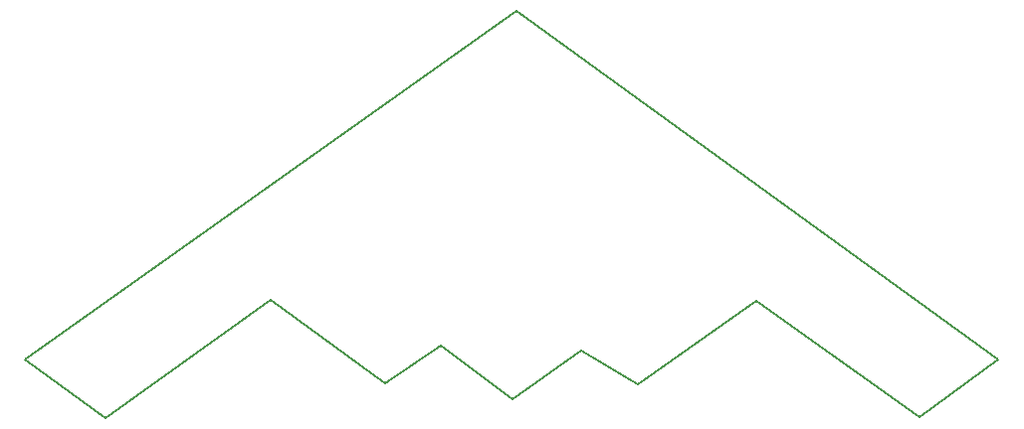
<source format=gm1>
%TF.GenerationSoftware,KiCad,Pcbnew,(6.99.0-2452-gdb4f2d9dd8)*%
%TF.CreationDate,2022-07-19T06:09:56+04:00*%
%TF.ProjectId,B2,42322e6b-6963-4616-945f-706362585858,rev?*%
%TF.SameCoordinates,Original*%
%TF.FileFunction,Profile,NP*%
%FSLAX46Y46*%
G04 Gerber Fmt 4.6, Leading zero omitted, Abs format (unit mm)*
G04 Created by KiCad (PCBNEW (6.99.0-2452-gdb4f2d9dd8)) date 2022-07-19 06:09:56*
%MOMM*%
%LPD*%
G01*
G04 APERTURE LIST*
%TA.AperFunction,Profile*%
%ADD10C,0.140000*%
%TD*%
G04 APERTURE END LIST*
D10*
X191404058Y-105018592D02*
X184710489Y-109961092D01*
X170786753Y-100076081D01*
X160704044Y-107165044D01*
X155931000Y-104284273D01*
X150084722Y-108407732D01*
X143956021Y-103917119D01*
X139182977Y-107080311D01*
X129495674Y-99963106D01*
X115458963Y-110045815D01*
X108595943Y-105046822D01*
X150421846Y-75354185D01*
X191404058Y-105018592D01*
M02*

</source>
